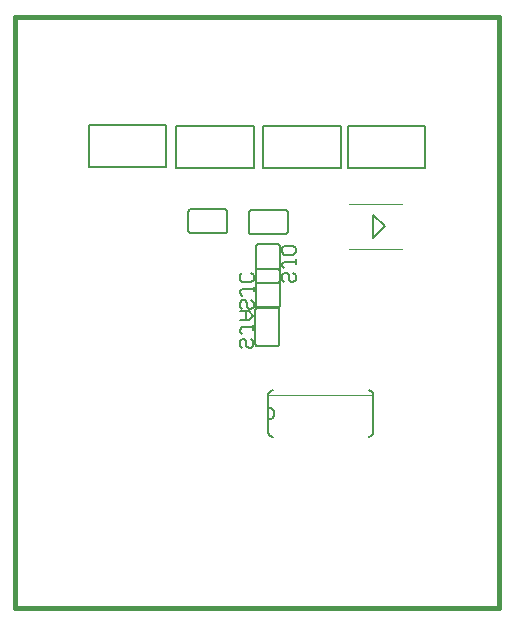
<source format=gbo>
G75*
%MOIN*%
%OFA0B0*%
%FSLAX24Y24*%
%IPPOS*%
%LPD*%
%AMOC8*
5,1,8,0,0,1.08239X$1,22.5*
%
%ADD10C,0.0160*%
%ADD11C,0.0080*%
%ADD12C,0.0060*%
%ADD13C,0.0020*%
%ADD14C,0.0050*%
%ADD15C,0.0040*%
D10*
X001046Y000180D02*
X017188Y000180D01*
X017188Y019865D01*
X001046Y019865D01*
X001046Y000180D01*
D11*
X013005Y012496D02*
X013005Y013284D01*
X013408Y012890D01*
X013005Y012496D01*
X012153Y014826D02*
X014734Y014826D01*
X014734Y016226D01*
X012153Y016226D01*
X012153Y014826D01*
X011919Y014826D02*
X009338Y014826D01*
X009338Y016226D01*
X011919Y016226D01*
X011919Y014826D01*
X009017Y014842D02*
X006437Y014842D01*
X006437Y016242D01*
X009017Y016242D01*
X009017Y014842D01*
X006100Y014858D02*
X003519Y014858D01*
X003519Y016258D01*
X006100Y016258D01*
X006100Y014858D01*
D12*
X006937Y013468D02*
X008037Y013468D01*
X008054Y013466D01*
X008071Y013462D01*
X008087Y013455D01*
X008101Y013445D01*
X008114Y013432D01*
X008124Y013418D01*
X008131Y013402D01*
X008135Y013385D01*
X008137Y013368D01*
X008137Y012768D01*
X008135Y012751D01*
X008131Y012734D01*
X008124Y012718D01*
X008114Y012704D01*
X008101Y012691D01*
X008087Y012681D01*
X008071Y012674D01*
X008054Y012670D01*
X008037Y012668D01*
X006937Y012668D01*
X006920Y012670D01*
X006903Y012674D01*
X006887Y012681D01*
X006873Y012691D01*
X006860Y012704D01*
X006850Y012718D01*
X006843Y012734D01*
X006839Y012751D01*
X006837Y012768D01*
X006837Y013368D01*
X006839Y013385D01*
X006843Y013402D01*
X006850Y013418D01*
X006860Y013432D01*
X006873Y013445D01*
X006887Y013455D01*
X006903Y013462D01*
X006920Y013466D01*
X006937Y013468D01*
X008848Y013337D02*
X008848Y012737D01*
X008850Y012720D01*
X008854Y012703D01*
X008861Y012687D01*
X008871Y012673D01*
X008884Y012660D01*
X008898Y012650D01*
X008914Y012643D01*
X008931Y012639D01*
X008948Y012637D01*
X010048Y012637D01*
X010065Y012639D01*
X010082Y012643D01*
X010098Y012650D01*
X010112Y012660D01*
X010125Y012673D01*
X010135Y012687D01*
X010142Y012703D01*
X010146Y012720D01*
X010148Y012737D01*
X010148Y013337D01*
X010146Y013354D01*
X010142Y013371D01*
X010135Y013387D01*
X010125Y013401D01*
X010112Y013414D01*
X010098Y013424D01*
X010082Y013431D01*
X010065Y013435D01*
X010048Y013437D01*
X008948Y013437D01*
X008931Y013435D01*
X008914Y013431D01*
X008898Y013424D01*
X008884Y013414D01*
X008871Y013401D01*
X008861Y013387D01*
X008854Y013371D01*
X008850Y013354D01*
X008848Y013337D01*
X009184Y012305D02*
X009784Y012305D01*
X009801Y012303D01*
X009818Y012299D01*
X009834Y012292D01*
X009848Y012282D01*
X009861Y012269D01*
X009871Y012255D01*
X009878Y012239D01*
X009882Y012222D01*
X009884Y012205D01*
X009884Y011105D01*
X009882Y011088D01*
X009878Y011071D01*
X009871Y011055D01*
X009861Y011041D01*
X009848Y011028D01*
X009834Y011018D01*
X009818Y011011D01*
X009801Y011007D01*
X009784Y011005D01*
X009184Y011005D01*
X009167Y011007D01*
X009150Y011011D01*
X009134Y011018D01*
X009120Y011028D01*
X009107Y011041D01*
X009097Y011055D01*
X009090Y011071D01*
X009086Y011088D01*
X009084Y011105D01*
X009084Y012205D01*
X009086Y012222D01*
X009090Y012239D01*
X009097Y012255D01*
X009107Y012269D01*
X009120Y012282D01*
X009134Y012292D01*
X009150Y012299D01*
X009167Y012303D01*
X009184Y012305D01*
X009184Y011478D02*
X009784Y011478D01*
X009801Y011476D01*
X009818Y011472D01*
X009834Y011465D01*
X009848Y011455D01*
X009861Y011442D01*
X009871Y011428D01*
X009878Y011412D01*
X009882Y011395D01*
X009884Y011378D01*
X009884Y010278D01*
X009882Y010261D01*
X009878Y010244D01*
X009871Y010228D01*
X009861Y010214D01*
X009848Y010201D01*
X009834Y010191D01*
X009818Y010184D01*
X009801Y010180D01*
X009784Y010178D01*
X009184Y010178D01*
X009171Y010195D02*
X009771Y010195D01*
X009788Y010193D01*
X009805Y010189D01*
X009821Y010182D01*
X009835Y010172D01*
X009848Y010159D01*
X009858Y010145D01*
X009865Y010129D01*
X009869Y010112D01*
X009871Y010095D01*
X009871Y008995D01*
X009869Y008978D01*
X009865Y008961D01*
X009858Y008945D01*
X009848Y008931D01*
X009835Y008918D01*
X009821Y008908D01*
X009805Y008901D01*
X009788Y008897D01*
X009771Y008895D01*
X009171Y008895D01*
X009154Y008897D01*
X009137Y008901D01*
X009121Y008908D01*
X009107Y008918D01*
X009094Y008931D01*
X009084Y008945D01*
X009077Y008961D01*
X009073Y008978D01*
X009071Y008995D01*
X009071Y010095D01*
X009073Y010112D01*
X009077Y010129D01*
X009084Y010145D01*
X009094Y010159D01*
X009107Y010172D01*
X009121Y010182D01*
X009137Y010189D01*
X009154Y010193D01*
X009171Y010195D01*
X009184Y010178D02*
X009167Y010180D01*
X009150Y010184D01*
X009134Y010191D01*
X009120Y010201D01*
X009107Y010214D01*
X009097Y010228D01*
X009090Y010244D01*
X009086Y010261D01*
X009084Y010278D01*
X009084Y011378D01*
X009086Y011395D01*
X009090Y011412D01*
X009097Y011428D01*
X009107Y011442D01*
X009120Y011455D01*
X009134Y011465D01*
X009150Y011472D01*
X009167Y011476D01*
X009184Y011478D01*
X009500Y007273D02*
X009500Y006853D01*
X009500Y006453D01*
X009500Y006033D01*
X009502Y006010D01*
X009507Y005987D01*
X009516Y005965D01*
X009529Y005945D01*
X009544Y005927D01*
X009562Y005912D01*
X009582Y005899D01*
X009604Y005890D01*
X009627Y005885D01*
X009650Y005883D01*
X009500Y006453D02*
X009527Y006455D01*
X009554Y006460D01*
X009580Y006470D01*
X009604Y006482D01*
X009626Y006498D01*
X009646Y006516D01*
X009663Y006538D01*
X009678Y006561D01*
X009688Y006586D01*
X009696Y006612D01*
X009700Y006639D01*
X009700Y006667D01*
X009696Y006694D01*
X009688Y006720D01*
X009678Y006745D01*
X009663Y006768D01*
X009646Y006790D01*
X009626Y006808D01*
X009604Y006824D01*
X009580Y006836D01*
X009554Y006846D01*
X009527Y006851D01*
X009500Y006853D01*
X009500Y007273D02*
X009502Y007296D01*
X009507Y007319D01*
X009516Y007341D01*
X009529Y007361D01*
X009544Y007379D01*
X009562Y007394D01*
X009582Y007407D01*
X009604Y007416D01*
X009627Y007421D01*
X009650Y007423D01*
X012850Y007423D02*
X012873Y007421D01*
X012896Y007416D01*
X012918Y007407D01*
X012938Y007394D01*
X012956Y007379D01*
X012971Y007361D01*
X012984Y007341D01*
X012993Y007319D01*
X012998Y007296D01*
X013000Y007273D01*
X013000Y006033D01*
X012998Y006010D01*
X012993Y005987D01*
X012984Y005965D01*
X012971Y005945D01*
X012956Y005927D01*
X012938Y005912D01*
X012918Y005899D01*
X012896Y005890D01*
X012873Y005885D01*
X012850Y005883D01*
D13*
X013000Y007283D02*
X009500Y007283D01*
D14*
X008921Y008839D02*
X008846Y008839D01*
X008771Y008914D01*
X008771Y009064D01*
X008696Y009139D01*
X008621Y009139D01*
X008546Y009064D01*
X008546Y008914D01*
X008621Y008839D01*
X008921Y008839D02*
X008996Y008914D01*
X008996Y009064D01*
X008921Y009139D01*
X008621Y009299D02*
X008546Y009374D01*
X008546Y009449D01*
X008621Y009524D01*
X008996Y009524D01*
X008996Y009449D02*
X008996Y009599D01*
X008846Y009760D02*
X008996Y009910D01*
X008846Y010060D01*
X008546Y010060D01*
X008634Y010122D02*
X008559Y010197D01*
X008559Y010347D01*
X008634Y010422D01*
X008709Y010422D01*
X008784Y010347D01*
X008784Y010197D01*
X008859Y010122D01*
X008934Y010122D01*
X009009Y010197D01*
X009009Y010347D01*
X008934Y010422D01*
X008634Y010582D02*
X008559Y010657D01*
X008559Y010732D01*
X008634Y010807D01*
X009009Y010807D01*
X009009Y010732D02*
X009009Y010882D01*
X008934Y011043D02*
X008634Y011043D01*
X008559Y011118D01*
X008559Y011268D01*
X008634Y011343D01*
X008934Y011343D02*
X009009Y011268D01*
X009009Y011118D01*
X008934Y011043D01*
X008771Y010060D02*
X008771Y009760D01*
X008846Y009760D02*
X008546Y009760D01*
X009959Y011105D02*
X009959Y011255D01*
X010034Y011330D01*
X010109Y011330D01*
X010184Y011255D01*
X010184Y011105D01*
X010259Y011030D01*
X010334Y011030D01*
X010409Y011105D01*
X010409Y011255D01*
X010334Y011330D01*
X010409Y011641D02*
X010409Y011791D01*
X010409Y011716D02*
X010034Y011716D01*
X009959Y011641D01*
X009959Y011565D01*
X010034Y011490D01*
X009959Y011105D02*
X010034Y011030D01*
X010034Y011951D02*
X009959Y012026D01*
X009959Y012176D01*
X010034Y012251D01*
X010334Y012251D01*
X010409Y012176D01*
X010409Y012026D01*
X010334Y011951D01*
X010034Y011951D01*
D15*
X012191Y012140D02*
X013971Y012140D01*
X013971Y013640D02*
X012191Y013640D01*
M02*

</source>
